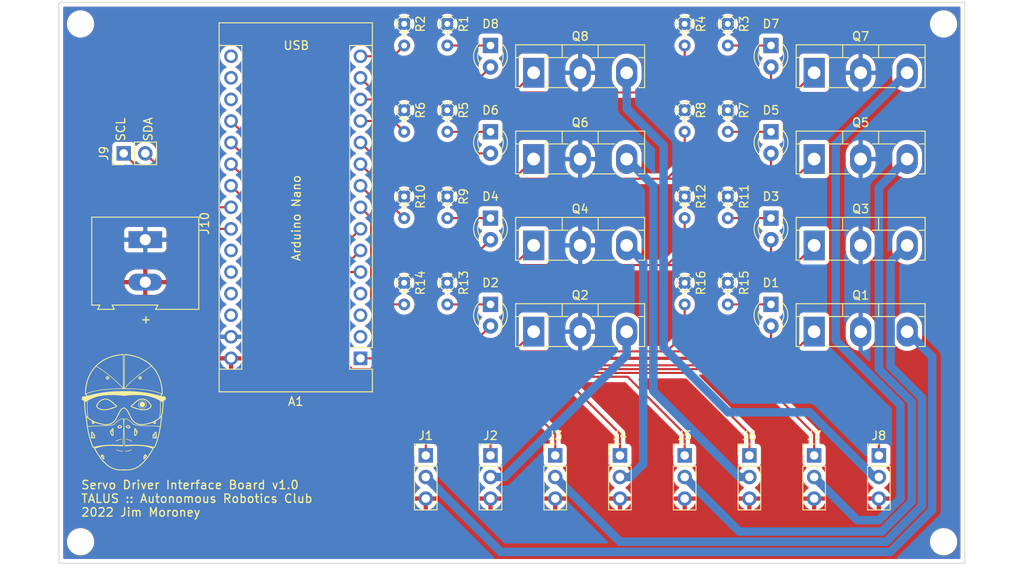
<source format=kicad_pcb>
(kicad_pcb (version 20211014) (generator pcbnew)
  (layers (0 "F.Cu" signal) (31 "B.Cu" signal) (35 "F.Paste" user) (36 "B.SilkS" user "B.Silkscreen") (37 "F.SilkS" user "F.Silkscreen") (38 "B.Mask" user) (39 "F.Mask" user) (44 "Edge.Cuts" user))
  (net 0 "")
  (net 1 "Net-(D1-Pad1)")
  (net 2 "Net-(D2-Pad1)")
  (net 3 "Net-(D3-Pad1)")
  (net 4 "Net-(D4-Pad1)")
  (net 5 "Net-(D5-Pad1)")
  (net 6 "Net-(D6-Pad1)")
  (net 7 "Net-(D7-Pad1)")
  (net 8 "Net-(D8-Pad1)")
  (net 9 "GNDREF")
  (net 10 "Net-(J1-Pad2)")
  (net 11 "+5V")
  (net 12 "Net-(J2-Pad2)")
  (net 13 "Net-(J3-Pad2)")
  (net 14 "Net-(J4-Pad2)")
  (net 15 "Net-(J5-Pad2)")
  (net 16 "Net-(J6-Pad2)")
  (net 17 "Net-(J7-Pad2)")
  (net 18 "Net-(J8-Pad2)")
  (net 19 "/ENA1")
  (net 20 "/PWM1")
  (net 21 "/ENA8")
  (net 22 "/ENA7")
  (net 23 "/ENA6")
  (net 24 "/ENA5")
  (net 25 "/ENA2")
  (net 26 "/ENA3")
  (net 27 "/ENA4")
  (net 28 "/PWM8")
  (net 29 "/PWM7")
  (net 30 "/PWM6")
  (net 31 "/PWM5")
  (net 32 "/PWM2")
  (net 33 "/PWM3")
  (net 34 "/PWM4")
  (net 39 "Net-(A1-Pad23)")
  (net 40 "Net-(A1-Pad24)")
  (footprint "LED_THT:LED_D3.0mm" (layer "F.Cu") (at 208.335 30.48 -90)
    (fp_text reference "D8" (at -2.54 0 180) (layer "F.SilkS"))
    (fp_text value "LED")
    (pad "1" thru_hole rect (at 0 0 270) (size 1.8 1.8) (drill 0.9) (layers *.Cu *.Mask) (net 8 "Net-(D8-Pad1)"))
    (pad "2" thru_hole circle (at 2.54 0 270) (size 1.8 1.8) (drill 0.9) (layers *.Cu *.Mask) (net 21 "/ENA8"))
  )
  (footprint "LED_THT:LED_D3.0mm" (layer "F.Cu") (at 241.355 30.48 -90)
    (fp_text reference "D7" (at -2.54 0) (layer "F.SilkS"))
    (fp_text value "LED")
    (pad "1" thru_hole rect (at 0 0 270) (size 1.8 1.8) (drill 0.9) (layers *.Cu *.Mask) (net 7 "Net-(D7-Pad1)"))
    (pad "2" thru_hole circle (at 2.54 0 270) (size 1.8 1.8) (drill 0.9) (layers *.Cu *.Mask) (net 22 "/ENA7"))
  )
  (footprint "LED_THT:LED_D3.0mm" (layer "F.Cu") (at 208.335 40.64 -90)
    (fp_text reference "D6" (at -2.54 0 180) (layer "F.SilkS"))
    (fp_text value "LED")
    (pad "1" thru_hole rect (at 0 0 270) (size 1.8 1.8) (drill 0.9) (layers *.Cu *.Mask) (net 6 "Net-(D6-Pad1)"))
    (pad "2" thru_hole circle (at 2.54 0 270) (size 1.8 1.8) (drill 0.9) (layers *.Cu *.Mask) (net 23 "/ENA6"))
  )
  (footprint "LED_THT:LED_D3.0mm" (layer "F.Cu") (at 241.355 40.64 -90)
    (fp_text reference "D5" (at -2.54 0 180) (layer "F.SilkS"))
    (fp_text value "LED")
    (pad "1" thru_hole rect (at 0 0 270) (size 1.8 1.8) (drill 0.9) (layers *.Cu *.Mask) (net 5 "Net-(D5-Pad1)"))
    (pad "2" thru_hole circle (at 2.54 0 270) (size 1.8 1.8) (drill 0.9) (layers *.Cu *.Mask) (net 24 "/ENA5"))
  )
  (footprint "LED_THT:LED_D3.0mm" (layer "F.Cu") (at 241.355 60.96 -90)
    (fp_text reference "D1" (at -2.54 0 180) (layer "F.SilkS"))
    (fp_text value "LED")
    (pad "1" thru_hole rect (at 0 0 270) (size 1.8 1.8) (drill 0.9) (layers *.Cu *.Mask) (net 1 "Net-(D1-Pad1)"))
    (pad "2" thru_hole circle (at 2.54 0 270) (size 1.8 1.8) (drill 0.9) (layers *.Cu *.Mask) (net 19 "/ENA1"))
  )
  (footprint "LED_THT:LED_D3.0mm" (layer "F.Cu") (at 208.335 60.96 -90)
    (fp_text reference "D2" (at -2.54 0 180) (layer "F.SilkS"))
    (fp_text value "LED")
    (pad "1" thru_hole rect (at 0 0 270) (size 1.8 1.8) (drill 0.9) (layers *.Cu *.Mask) (net 2 "Net-(D2-Pad1)"))
    (pad "2" thru_hole circle (at 2.54 0 270) (size 1.8 1.8) (drill 0.9) (layers *.Cu *.Mask) (net 25 "/ENA2"))
  )
  (footprint "LED_THT:LED_D3.0mm" (layer "F.Cu") (at 241.355 50.8 -90)
    (fp_text reference "D3" (at -2.54 0 180) (layer "F.SilkS"))
    (fp_text value "LED")
    (pad "1" thru_hole rect (at 0 0 270) (size 1.8 1.8) (drill 0.9) (layers *.Cu *.Mask) (net 3 "Net-(D3-Pad1)"))
    (pad "2" thru_hole circle (at 2.54 0 270) (size 1.8 1.8) (drill 0.9) (layers *.Cu *.Mask) (net 26 "/ENA3"))
  )
  (footprint "LED_THT:LED_D3.0mm" (layer "F.Cu") (at 208.335 50.8 -90)
    (fp_text reference "D4" (at -2.54 0 180) (layer "F.SilkS"))
    (fp_text value "LED")
    (pad "1" thru_hole rect (at 0 0 270) (size 1.8 1.8) (drill 0.9) (layers *.Cu *.Mask) (net 4 "Net-(D4-Pad1)"))
    (pad "2" thru_hole circle (at 2.54 0 270) (size 1.8 1.8) (drill 0.9) (layers *.Cu *.Mask) (net 27 "/ENA4"))
  )
  (footprint "Package_TO_SOT_THT:TO-218-3_Vertical" (layer "F.Cu") (at 213.415 33.69)
    (fp_text reference "Q8" (at 5.475 -4.29) (layer "F.SilkS"))
    (fp_text value "IRLZ44N")
    (pad "1" thru_hole rect (at 0 0) (size 2.5 3.5) (drill 1.5) (layers *.Cu *.Mask) (net 21 "/ENA8"))
    (pad "2" thru_hole oval (at 5.475 0) (size 2.5 3.5) (drill 1.5) (layers *.Cu *.Mask) (net 9 "GNDREF"))
    (pad "3" thru_hole oval (at 10.95 0) (size 2.5 3.5) (drill 1.5) (layers *.Cu *.Mask) (net 18 "Net-(J8-Pad2)"))
  )
  (footprint "Package_TO_SOT_THT:TO-218-3_Vertical" (layer "F.Cu") (at 246.435 33.69)
    (fp_text reference "Q7" (at 5.475 -4.29) (layer "F.SilkS"))
    (fp_text value "IRLZ44N")
    (pad "1" thru_hole rect (at 0 0) (size 2.5 3.5) (drill 1.5) (layers *.Cu *.Mask) (net 22 "/ENA7"))
    (pad "2" thru_hole oval (at 5.475 0) (size 2.5 3.5) (drill 1.5) (layers *.Cu *.Mask) (net 9 "GNDREF"))
    (pad "3" thru_hole oval (at 10.95 0) (size 2.5 3.5) (drill 1.5) (layers *.Cu *.Mask) (net 17 "Net-(J7-Pad2)"))
  )
  (footprint "Package_TO_SOT_THT:TO-218-3_Vertical" (layer "F.Cu") (at 213.415 43.85)
    (fp_text reference "Q6" (at 5.475 -4.29) (layer "F.SilkS"))
    (fp_text value "IRLZ44N")
    (pad "1" thru_hole rect (at 0 0) (size 2.5 3.5) (drill 1.5) (layers *.Cu *.Mask) (net 23 "/ENA6"))
    (pad "2" thru_hole oval (at 5.475 0) (size 2.5 3.5) (drill 1.5) (layers *.Cu *.Mask) (net 9 "GNDREF"))
    (pad "3" thru_hole oval (at 10.95 0) (size 2.5 3.5) (drill 1.5) (layers *.Cu *.Mask) (net 16 "Net-(J6-Pad2)"))
  )
  (footprint "Package_TO_SOT_THT:TO-218-3_Vertical" (layer "F.Cu") (at 246.435 43.85)
    (fp_text reference "Q5" (at 5.475 -4.29) (layer "F.SilkS"))
    (fp_text value "IRLZ44N")
    (pad "1" thru_hole rect (at 0 0) (size 2.5 3.5) (drill 1.5) (layers *.Cu *.Mask) (net 24 "/ENA5"))
    (pad "2" thru_hole oval (at 5.475 0) (size 2.5 3.5) (drill 1.5) (layers *.Cu *.Mask) (net 9 "GNDREF"))
    (pad "3" thru_hole oval (at 10.95 0) (size 2.5 3.5) (drill 1.5) (layers *.Cu *.Mask) (net 15 "Net-(J5-Pad2)"))
  )
  (footprint "Package_TO_SOT_THT:TO-218-3_Vertical" (layer "F.Cu") (at 246.435 64.17)
    (fp_text reference "Q1" (at 5.475 -4.29) (layer "F.SilkS"))
    (fp_text value "IRLZ44N")
    (pad "1" thru_hole rect (at 0 0) (size 2.5 3.5) (drill 1.5) (layers *.Cu *.Mask) (net 19 "/ENA1"))
    (pad "2" thru_hole oval (at 5.475 0) (size 2.5 3.5) (drill 1.5) (layers *.Cu *.Mask) (net 9 "GNDREF"))
    (pad "3" thru_hole oval (at 10.95 0) (size 2.5 3.5) (drill 1.5) (layers *.Cu *.Mask) (net 10 "Net-(J1-Pad2)"))
  )
  (footprint "Package_TO_SOT_THT:TO-218-3_Vertical" (layer "F.Cu") (at 213.415 64.17)
    (fp_text reference "Q2" (at 5.475 -4.29) (layer "F.SilkS"))
    (fp_text value "IRLZ44N")
    (pad "1" thru_hole rect (at 0 0) (size 2.5 3.5) (drill 1.5) (layers *.Cu *.Mask) (net 25 "/ENA2"))
    (pad "2" thru_hole oval (at 5.475 0) (size 2.5 3.5) (drill 1.5) (layers *.Cu *.Mask) (net 9 "GNDREF"))
    (pad "3" thru_hole oval (at 10.95 0) (size 2.5 3.5) (drill 1.5) (layers *.Cu *.Mask) (net 12 "Net-(J2-Pad2)"))
  )
  (footprint "Package_TO_SOT_THT:TO-218-3_Vertical" (layer "F.Cu") (at 246.435 54.01)
    (fp_text reference "Q3" (at 5.475 -4.29) (layer "F.SilkS"))
    (fp_text value "IRLZ44N")
    (pad "1" thru_hole rect (at 0 0) (size 2.5 3.5) (drill 1.5) (layers *.Cu *.Mask) (net 26 "/ENA3"))
    (pad "2" thru_hole oval (at 5.475 0) (size 2.5 3.5) (drill 1.5) (layers *.Cu *.Mask) (net 9 "GNDREF"))
    (pad "3" thru_hole oval (at 10.95 0) (size 2.5 3.5) (drill 1.5) (layers *.Cu *.Mask) (net 13 "Net-(J3-Pad2)"))
  )
  (footprint "Package_TO_SOT_THT:TO-218-3_Vertical" (layer "F.Cu") (at 213.415 54.01)
    (fp_text reference "Q4" (at 5.475 -4.29) (layer "F.SilkS"))
    (fp_text value "IRLZ44N")
    (pad "1" thru_hole rect (at 0 0) (size 2.5 3.5) (drill 1.5) (layers *.Cu *.Mask) (net 27 "/ENA4"))
    (pad "2" thru_hole oval (at 5.475 0) (size 2.5 3.5) (drill 1.5) (layers *.Cu *.Mask) (net 9 "GNDREF"))
    (pad "3" thru_hole oval (at 10.95 0) (size 2.5 3.5) (drill 1.5) (layers *.Cu *.Mask) (net 14 "Net-(J4-Pad2)"))
  )
  (footprint "Resistor_THT:R_Axial_DIN0204_L3.6mm_D1.6mm_P2.54mm_Vertical" (layer "F.Cu") (at 203.255 27.94 -90)
    (fp_text reference "R1" (at 0 -1.92 90) (layer "F.SilkS"))
    (fp_text value "470")
    (pad "1" thru_hole circle (at 0 0 270) (size 1.4 1.4) (drill 0.7) (layers *.Cu *.Mask) (net 9 "GNDREF"))
    (pad "2" thru_hole oval (at 2.54 0 270) (size 1.4 1.4) (drill 0.7) (layers *.Cu *.Mask) (net 8 "Net-(D8-Pad1)"))
  )
  (footprint "Resistor_THT:R_Axial_DIN0204_L3.6mm_D1.6mm_P2.54mm_Vertical" (layer "F.Cu") (at 198.175 27.94 -90)
    (fp_text reference "R2" (at 0 -1.92 90) (layer "F.SilkS"))
    (fp_text value "1K")
    (pad "1" thru_hole circle (at 0 0 270) (size 1.4 1.4) (drill 0.7) (layers *.Cu *.Mask) (net 9 "GNDREF"))
    (pad "2" thru_hole oval (at 2.54 0 270) (size 1.4 1.4) (drill 0.7) (layers *.Cu *.Mask) (net 21 "/ENA8"))
  )
  (footprint "Resistor_THT:R_Axial_DIN0204_L3.6mm_D1.6mm_P2.54mm_Vertical" (layer "F.Cu") (at 236.275 27.94 -90)
    (fp_text reference "R3" (at 0 -1.92 90) (layer "F.SilkS"))
    (fp_text value "470")
    (pad "1" thru_hole circle (at 0 0 270) (size 1.4 1.4) (drill 0.7) (layers *.Cu *.Mask) (net 9 "GNDREF"))
    (pad "2" thru_hole oval (at 2.54 0 270) (size 1.4 1.4) (drill 0.7) (layers *.Cu *.Mask) (net 7 "Net-(D7-Pad1)"))
  )
  (footprint "Resistor_THT:R_Axial_DIN0204_L3.6mm_D1.6mm_P2.54mm_Vertical" (layer "F.Cu") (at 231.195 27.94 -90)
    (fp_text reference "R4" (at 0 -1.92 90) (layer "F.SilkS"))
    (fp_text value "1K")
    (pad "1" thru_hole circle (at 0 0 270) (size 1.4 1.4) (drill 0.7) (layers *.Cu *.Mask) (net 9 "GNDREF"))
    (pad "2" thru_hole oval (at 2.54 0 270) (size 1.4 1.4) (drill 0.7) (layers *.Cu *.Mask) (net 22 "/ENA7"))
  )
  (footprint "Resistor_THT:R_Axial_DIN0204_L3.6mm_D1.6mm_P2.54mm_Vertical" (layer "F.Cu") (at 203.255 38.1 -90)
    (fp_text reference "R5" (at 0 -1.92 90) (layer "F.SilkS"))
    (fp_text value "470")
    (pad "1" thru_hole circle (at 0 0 270) (size 1.4 1.4) (drill 0.7) (layers *.Cu *.Mask) (net 9 "GNDREF"))
    (pad "2" thru_hole oval (at 2.54 0 270) (size 1.4 1.4) (drill 0.7) (layers *.Cu *.Mask) (net 6 "Net-(D6-Pad1)"))
  )
  (footprint "Resistor_THT:R_Axial_DIN0204_L3.6mm_D1.6mm_P2.54mm_Vertical" (layer "F.Cu") (at 198.175 38.1 -90)
    (fp_text reference "R6" (at 0 -1.92 90) (layer "F.SilkS"))
    (fp_text value "1K")
    (pad "1" thru_hole circle (at 0 0 270) (size 1.4 1.4) (drill 0.7) (layers *.Cu *.Mask) (net 9 "GNDREF"))
    (pad "2" thru_hole oval (at 2.54 0 270) (size 1.4 1.4) (drill 0.7) (layers *.Cu *.Mask) (net 23 "/ENA6"))
  )
  (footprint "Resistor_THT:R_Axial_DIN0204_L3.6mm_D1.6mm_P2.54mm_Vertical" (layer "F.Cu") (at 236.275 38.1 -90)
    (fp_text reference "R7" (at 0 -1.92 90) (layer "F.SilkS"))
    (fp_text value "470")
    (pad "1" thru_hole circle (at 0 0 270) (size 1.4 1.4) (drill 0.7) (layers *.Cu *.Mask) (net 9 "GNDREF"))
    (pad "2" thru_hole oval (at 2.54 0 270) (size 1.4 1.4) (drill 0.7) (layers *.Cu *.Mask) (net 5 "Net-(D5-Pad1)"))
  )
  (footprint "Resistor_THT:R_Axial_DIN0204_L3.6mm_D1.6mm_P2.54mm_Vertical" (layer "F.Cu") (at 231.195 38.1 -90)
    (fp_text reference "R8" (at 0 -1.92 90) (layer "F.SilkS"))
    (fp_text value "1K")
    (pad "1" thru_hole circle (at 0 0 270) (size 1.4 1.4) (drill 0.7) (layers *.Cu *.Mask) (net 9 "GNDREF"))
    (pad "2" thru_hole oval (at 2.54 0 270) (size 1.4 1.4) (drill 0.7) (layers *.Cu *.Mask) (net 24 "/ENA5"))
  )
  (footprint "Resistor_THT:R_Axial_DIN0204_L3.6mm_D1.6mm_P2.54mm_Vertical" (layer "F.Cu") (at 236.275 58.42 -90)
    (fp_text reference "R15" (at 0 -1.92 90) (layer "F.SilkS"))
    (fp_text value "470")
    (pad "1" thru_hole circle (at 0 0 270) (size 1.4 1.4) (drill 0.7) (layers *.Cu *.Mask) (net 9 "GNDREF"))
    (pad "2" thru_hole oval (at 2.54 0 270) (size 1.4 1.4) (drill 0.7) (layers *.Cu *.Mask) (net 1 "Net-(D1-Pad1)"))
  )
  (footprint "Resistor_THT:R_Axial_DIN0204_L3.6mm_D1.6mm_P2.54mm_Vertical" (layer "F.Cu") (at 231.195 58.42 -90)
    (fp_text reference "R16" (at 0 -1.92 90) (layer "F.SilkS"))
    (fp_text value "1K")
    (pad "1" thru_hole circle (at 0 0 270) (size 1.4 1.4) (drill 0.7) (layers *.Cu *.Mask) (net 9 "GNDREF"))
    (pad "2" thru_hole oval (at 2.54 0 270) (size 1.4 1.4) (drill 0.7) (layers *.Cu *.Mask) (net 19 "/ENA1"))
  )
  (footprint "Resistor_THT:R_Axial_DIN0204_L3.6mm_D1.6mm_P2.54mm_Vertical" (layer "F.Cu") (at 203.255 58.42 -90)
    (fp_text reference "R13" (at 0 -1.92 90) (layer "F.SilkS"))
    (fp_text value "470")
    (pad "1" thru_hole circle (at 0 0 270) (size 1.4 1.4) (drill 0.7) (layers *.Cu *.Mask) (net 9 "GNDREF"))
    (pad "2" thru_hole oval (at 2.54 0 270) (size 1.4 1.4) (drill 0.7) (layers *.Cu *.Mask) (net 2 "Net-(D2-Pad1)"))
  )
  (footprint "Resistor_THT:R_Axial_DIN0204_L3.6mm_D1.6mm_P2.54mm_Vertical" (layer "F.Cu") (at 198.175 58.42 -90)
    (fp_text reference "R14" (at 0 -1.92 90) (layer "F.SilkS"))
    (fp_text value "1K")
    (pad "1" thru_hole circle (at 0 0 270) (size 1.4 1.4) (drill 0.7) (layers *.Cu *.Mask) (net 9 "GNDREF"))
    (pad "2" thru_hole oval (at 2.54 0 270) (size 1.4 1.4) (drill 0.7) (layers *.Cu *.Mask) (net 25 "/ENA2"))
  )
  (footprint "Resistor_THT:R_Axial_DIN0204_L3.6mm_D1.6mm_P2.54mm_Vertical" (layer "F.Cu") (at 236.275 48.26 -90)
    (fp_text reference "R11" (at 0 -1.92 90) (layer "F.SilkS"))
    (fp_text value "470")
    (pad "1" thru_hole circle (at 0 0 270) (size 1.4 1.4) (drill 0.7) (layers *.Cu *.Mask) (net 9 "GNDREF"))
    (pad "2" thru_hole oval (at 2.54 0 270) (size 1.4 1.4) (drill 0.7) (layers *.Cu *.Mask) (net 3 "Net-(D3-Pad1)"))
  )
  (footprint "Resistor_THT:R_Axial_DIN0204_L3.6mm_D1.6mm_P2.54mm_Vertical" (layer "F.Cu") (at 231.195 48.26 -90)
    (fp_text reference "R12" (at 0 -1.92 90) (layer "F.SilkS"))
    (fp_text value "1K")
    (pad "1" thru_hole circle (at 0 0 270) (size 1.4 1.4) (drill 0.7) (layers *.Cu *.Mask) (net 9 "GNDREF"))
    (pad "2" thru_hole oval (at 2.54 0 270) (size 1.4 1.4) (drill 0.7) (layers *.Cu *.Mask) (net 26 "/ENA3"))
  )
  (footprint "Resistor_THT:R_Axial_DIN0204_L3.6mm_D1.6mm_P2.54mm_Vertical" (layer "F.Cu") (at 203.255 48.26 -90)
    (fp_text reference "R9" (at 0 -1.92 90) (layer "F.SilkS"))
    (fp_text value "470")
    (pad "1" thru_hole circle (at 0 0 270) (size 1.4 1.4) (drill 0.7) (layers *.Cu *.Mask) (net 9 "GNDREF"))
    (pad "2" thru_hole oval (at 2.54 0 270) (size 1.4 1.4) (drill 0.7) (layers *.Cu *.Mask) (net 4 "Net-(D4-Pad1)"))
  )
  (footprint "Resistor_THT:R_Axial_DIN0204_L3.6mm_D1.6mm_P2.54mm_Vertical" (layer "F.Cu") (at 198.175 48.26 -90)
    (fp_text reference "R10" (at 0 -1.92 90) (layer "F.SilkS"))
    (fp_text value "1K")
    (pad "1" thru_hole circle (at 0 0 270) (size 1.4 1.4) (drill 0.7) (layers *.Cu *.Mask) (net 9 "GNDREF"))
    (pad "2" thru_hole oval (at 2.54 0 270) (size 1.4 1.4) (drill 0.7) (layers *.Cu *.Mask) (net 27 "/ENA4"))
  )
  (footprint "Connector_PinHeader_2.54mm:PinHeader_1x03_P2.54mm_Vertical" (layer "F.Cu") (at 254.055 78.74)
    (fp_text reference "J8" (at 0 -2.33) (layer "F.SilkS"))
    (fp_text value "Conn_01x03_Male")
    (pad "1" thru_hole rect locked (at 0 0) (size 1.7 1.7) (drill 1) (layers *.Cu *.Mask) (net 28 "/PWM8"))
    (pad "2" thru_hole oval locked (at 0 2.54) (size 1.7 1.7) (drill 1) (layers *.Cu *.Mask) (net 18 "Net-(J8-Pad2)"))
    (pad "3" thru_hole oval locked (at 0 5.08) (size 1.7 1.7) (drill 1) (layers *.Cu *.Mask) (net 11 "+5V"))
  )
  (footprint "Connector_PinHeader_2.54mm:PinHeader_1x03_P2.54mm_Vertical" (layer "F.Cu") (at 246.435 78.74)
    (fp_text reference "J7" (at 0 -2.33) (layer "F.SilkS"))
    (fp_text value "Conn_01x03_Male")
    (pad "1" thru_hole rect locked (at 0 0) (size 1.7 1.7) (drill 1) (layers *.Cu *.Mask) (net 29 "/PWM7"))
    (pad "2" thru_hole oval locked (at 0 2.54) (size 1.7 1.7) (drill 1) (layers *.Cu *.Mask) (net 17 "Net-(J7-Pad2)"))
    (pad "3" thru_hole oval locked (at 0 5.08) (size 1.7 1.7) (drill 1) (layers *.Cu *.Mask) (net 11 "+5V"))
  )
  (footprint "Connector_PinHeader_2.54mm:PinHeader_1x03_P2.54mm_Vertical" (layer "F.Cu") (at 238.815 78.74)
    (fp_text reference "J6" (at 0 -2.33) (layer "F.SilkS"))
    (fp_text value "Conn_01x03_Male")
    (pad "1" thru_hole rect locked (at 0 0) (size 1.7 1.7) (drill 1) (layers *.Cu *.Mask) (net 30 "/PWM6"))
    (pad "2" thru_hole oval locked (at 0 2.54) (size 1.7 1.7) (drill 1) (layers *.Cu *.Mask) (net 16 "Net-(J6-Pad2)"))
    (pad "3" thru_hole oval locked (at 0 5.08) (size 1.7 1.7) (drill 1) (layers *.Cu *.Mask) (net 11 "+5V"))
  )
  (footprint "Connector_PinHeader_2.54mm:PinHeader_1x03_P2.54mm_Vertical" (layer "F.Cu") (at 231.195 78.74)
    (fp_text reference "J5" (at 0 -2.33) (layer "F.SilkS"))
    (fp_text value "Conn_01x03_Male")
    (pad "1" thru_hole rect locked (at 0 0) (size 1.7 1.7) (drill 1) (layers *.Cu *.Mask) (net 31 "/PWM5"))
    (pad "2" thru_hole oval locked (at 0 2.54) (size 1.7 1.7) (drill 1) (layers *.Cu *.Mask) (net 15 "Net-(J5-Pad2)"))
    (pad "3" thru_hole oval locked (at 0 5.08) (size 1.7 1.7) (drill 1) (layers *.Cu *.Mask) (net 11 "+5V"))
  )
  (footprint "Connector_PinHeader_2.54mm:PinHeader_1x03_P2.54mm_Vertical" (layer "F.Cu") (at 200.715 78.74)
    (fp_text reference "J1" (at 0 -2.33) (layer "F.SilkS"))
    (fp_text value "Conn_01x03_Male")
    (pad "1" thru_hole rect locked (at 0 0) (size 1.7 1.7) (drill 1) (layers *.Cu *.Mask) (net 20 "/PWM1"))
    (pad "2" thru_hole oval locked (at 0 2.54) (size 1.7 1.7) (drill 1) (layers *.Cu *.Mask) (net 10 "Net-(J1-Pad2)"))
    (pad "3" thru_hole oval locked (at 0 5.08) (size 1.7 1.7) (drill 1) (layers *.Cu *.Mask) (net 11 "+5V"))
  )
  (footprint "Connector_PinHeader_2.54mm:PinHeader_1x03_P2.54mm_Vertical" (layer "F.Cu") (at 208.335 78.74)
    (fp_text reference "J2" (at 0 -2.33) (layer "F.SilkS"))
    (fp_text value "Conn_01x03_Male")
    (pad "1" thru_hole rect locked (at 0 0) (size 1.7 1.7) (drill 1) (layers *.Cu *.Mask) (net 32 "/PWM2"))
    (pad "2" thru_hole oval locked (at 0 2.54) (size 1.7 1.7) (drill 1) (layers *.Cu *.Mask) (net 12 "Net-(J2-Pad2)"))
    (pad "3" thru_hole oval locked (at 0 5.08) (size 1.7 1.7) (drill 1) (layers *.Cu *.Mask) (net 11 "+5V"))
  )
  (footprint "Connector_PinHeader_2.54mm:PinHeader_1x03_P2.54mm_Vertical" (layer "F.Cu") (at 215.955 78.74)
    (fp_text reference "J3" (at 0 -2.33) (layer "F.SilkS"))
    (fp_text value "Conn_01x03_Male")
    (pad "1" thru_hole rect locked (at 0 0) (size 1.7 1.7) (drill 1) (layers *.Cu *.Mask) (net 33 "/PWM3"))
    (pad "2" thru_hole oval locked (at 0 2.54) (size 1.7 1.7) (drill 1) (layers *.Cu *.Mask) (net 13 "Net-(J3-Pad2)"))
    (pad "3" thru_hole oval locked (at 0 5.08) (size 1.7 1.7) (drill 1) (layers *.Cu *.Mask) (net 11 "+5V"))
  )
  (footprint "Connector_PinHeader_2.54mm:PinHeader_1x03_P2.54mm_Vertical" (layer "F.Cu") (at 223.575 78.74)
    (fp_text reference "J4" (at 0 -2.33) (layer "F.SilkS"))
    (fp_text value "Conn_01x03_Male")
    (pad "1" thru_hole rect locked (at 0 0) (size 1.7 1.7) (drill 1) (layers *.Cu *.Mask) (net 34 "/PWM4"))
    (pad "2" thru_hole oval locked (at 0 2.54) (size 1.7 1.7) (drill 1) (layers *.Cu *.Mask) (net 14 "Net-(J4-Pad2)"))
    (pad "3" thru_hole oval locked (at 0 5.08) (size 1.7 1.7) (drill 1) (layers *.Cu *.Mask) (net 11 "+5V"))
  )
  (footprint "MountingHole:MountingHole_2.2mm_M2" (layer "F.Cu") (at 160.075 88.9)
    (fp_text reference "REF**" hide)
    (fp_text value "MountingHole_2.2mm_M2")
    (pad "" np_thru_hole circle (at 0 0) (size 2.2 2.2) (drill 2.2) (layers *.Cu *.Mask))
  )
  (footprint "TerminalBlock:TerminalBlock_Altech_AK300-2_P5.00mm" (layer "F.Cu") (at 167.695 53.34 -90)
    (fp_text reference "J10" (at -1.92 -6.99 90) (layer "F.SilkS"))
    (fp_text value "Screw_Terminal_01x02")
    (pad "1" thru_hole rect (at 0 0 270) (size 1.98 3.96) (drill 1.32) (layers *.Cu *.Mask) (net 9 "GNDREF"))
    (pad "2" thru_hole oval (at 5 0 270) (size 1.98 3.96) (drill 1.32) (layers *.Cu *.Mask) (net 11 "+5V"))
  )
  (footprint "Module:Arduino_Nano" (layer "F.Cu") (at 193.03 67.31 180)
    (fp_text reference "A1" (at 7.62 -5.08) (layer "F.SilkS"))
    (fp_text value "Arduino_Nano_v3.x")
    (pad "1" thru_hole rect (at 0 0 180) (size 1.6 1.6) (drill 1) (layers *.Cu *.Mask) (net 28 "/PWM8"))
    (pad "2" thru_hole oval (at 0 2.54 180) (size 1.6 1.6) (drill 1) (layers *.Cu *.Mask))
    (pad "3" thru_hole oval (at 0 5.08 180) (size 1.6 1.6) (drill 1) (layers *.Cu *.Mask))
    (pad "4" thru_hole oval (at 0 7.62 180) (size 1.6 1.6) (drill 1) (layers *.Cu *.Mask))
    (pad "5" thru_hole oval (at 0 10.16 180) (size 1.6 1.6) (drill 1) (layers *.Cu *.Mask) (net 29 "/PWM7"))
    (pad "6" thru_hole oval (at 0 12.7 180) (size 1.6 1.6) (drill 1) (layers *.Cu *.Mask) (net 30 "/PWM6"))
    (pad "7" thru_hole oval (at 0 15.24 180) (size 1.6 1.6) (drill 1) (layers *.Cu *.Mask) (net 31 "/PWM5"))
    (pad "8" thru_hole oval (at 0 17.78 180) (size 1.6 1.6) (drill 1) (layers *.Cu *.Mask) (net 19 "/ENA1"))
    (pad "9" thru_hole oval (at 0 20.32 180) (size 1.6 1.6) (drill 1) (layers *.Cu *.Mask) (net 25 "/ENA2"))
    (pad "10" thru_hole oval (at 0 22.86 180) (size 1.6 1.6) (drill 1) (layers *.Cu *.Mask) (net 26 "/ENA3"))
    (pad "11" thru_hole oval (at 0 25.4 180) (size 1.6 1.6) (drill 1) (layers *.Cu *.Mask) (net 27 "/ENA4"))
    (pad "12" thru_hole oval (at 0 27.94 180) (size 1.6 1.6) (drill 1) (layers *.Cu *.Mask) (net 24 "/ENA5"))
    (pad "13" thru_hole oval (at 0 30.48 180) (size 1.6 1.6) (drill 1) (layers *.Cu *.Mask) (net 23 "/ENA6"))
    (pad "14" thru_hole oval (at 0 33.02 180) (size 1.6 1.6) (drill 1) (layers *.Cu *.Mask) (net 22 "/ENA7"))
    (pad "15" thru_hole oval (at 0 35.56 180) (size 1.6 1.6) (drill 1) (layers *.Cu *.Mask) (net 21 "/ENA8"))
    (pad "16" thru_hole oval (at 15.24 35.56 180) (size 1.6 1.6) (drill 1) (layers *.Cu *.Mask))
    (pad "17" thru_hole oval (at 15.24 33.02 180) (size 1.6 1.6) (drill 1) (layers *.Cu *.Mask))
    (pad "18" thru_hole oval (at 15.24 30.48 180) (size 1.6 1.6) (drill 1) (layers *.Cu *.Mask))
    (pad "19" thru_hole oval (at 15.24 27.94 180) (size 1.6 1.6) (drill 1) (layers *.Cu *.Mask) (net 34 "/PWM4"))
    (pad "20" thru_hole oval (at 15.24 25.4 180) (size 1.6 1.6) (drill 1) (layers *.Cu *.Mask) (net 33 "/PWM3"))
    (pad "21" thru_hole oval (at 15.24 22.86 180) (size 1.6 1.6) (drill 1) (layers *.Cu *.Mask) (net 32 "/PWM2"))
    (pad "22" thru_hole oval (at 15.24 20.32 180) (size 1.6 1.6) (drill 1) (layers *.Cu *.Mask) (net 20 "/PWM1"))
    (pad "23" thru_hole oval (at 15.24 17.78 180) (size 1.6 1.6) (drill 1) (layers *.Cu *.Mask) (net 39 "Net-(A1-Pad23)"))
    (pad "24" thru_hole oval (at 15.24 15.24 180) (size 1.6 1.6) (drill 1) (layers *.Cu *.Mask) (net 40 "Net-(A1-Pad24)"))
    (pad "25" thru_hole oval (at 15.24 12.7 180) (size 1.6 1.6) (drill 1) (layers *.Cu *.Mask))
    (pad "26" thru_hole oval (at 15.24 10.16 180) (size 1.6 1.6) (drill 1) (layers *.Cu *.Mask))
    (pad "27" thru_hole oval (at 15.24 7.62 180) (size 1.6 1.6) (drill 1) (layers *.Cu *.Mask))
    (pad "28" thru_hole oval (at 15.24 5.08 180) (size 1.6 1.6) (drill 1) (layers *.Cu *.Mask))
    (pad "29" thru_hole oval (at 15.24 2.54 180) (size 1.6 1.6) (drill 1) (layers *.Cu *.Mask) (net 9 "GNDREF"))
    (pad "30" thru_hole oval (at 15.24 0 180) (size 1.6 1.6) (drill 1) (layers *.Cu *.Mask) (net 11 "+5V"))
  )
  (footprint "CUSTOM:TALUS_POS_MINI" (layer "F.Cu") (at 165.155 73.66)
    (fp_text reference "G***" hide)
    (fp_text value "LOGO" hide)
  )
  (footprint "MountingHole:MountingHole_2.2mm_M2" (layer "F.Cu") (at 261.675 27.94)
    (fp_text reference "REF**" hide)
    (fp_text value "MountingHole_2.2mm_M2")
    (pad "" np_thru_hole circle (at 0 0) (size 2.2 2.2) (drill 2.2) (layers *.Cu *.Mask))
  )
  (footprint "Connector_PinHeader_2.54mm:PinHeader_1x02_P2.54mm_Vertical" (layer "F.Cu") (at 165.155 43.18 90)
    (fp_text reference "J9" (at 0 -2.33 90) (layer "F.SilkS"))
    (fp_text value "I2C Connector")
    (pad "1" thru_hole rect (at 0 0 90) (size 1.7 1.7) (drill 1) (layers *.Cu *.Mask) (net 40 "Net-(A1-Pad24)"))
    (pad "2" thru_hole oval (at 0 2.54 90) (size 1.7 1.7) (drill 1) (layers *.Cu *.Mask) (net 39 "Net-(A1-Pad23)"))
  )
  (footprint "MountingHole:MountingHole_2.2mm_M2" (layer "F.Cu") (at 160.075 27.94)
    (fp_text reference "REF**" hide)
    (fp_text value "MountingHole_2.2mm_M2")
    (pad "" np_thru_hole circle (at 0 0) (size 2.2 2.2) (drill 2.2) (layers *.Cu *.Mask))
  )
  (footprint "MountingHole:MountingHole_2.2mm_M2" (layer "F.Cu") (at 261.675 88.9)
    (fp_text reference "REF**" hide)
    (fp_text value "MountingHole_2.2mm_M2")
    (pad "" np_thru_hole circle (at 0 0) (size 2.2 2.2) (drill 2.2) (layers *.Cu *.Mask))
  )
  (gr_rect (start 264.16 25.4) (end 157.535 91.44) (layer "Edge.Cuts") (width 0.1) (fill none))
  (gr_text "Arduino Nano" (at 185.475 50.8 90) (layer "F.SilkS") (effects (font (size 1 1))))
  (gr_text "+" (at 167.695 63.5 90) (layer "F.SilkS") (effects (font (size 1 1)) (justify left)))
  (gr_text "USB" (at 185.475 30.48) (layer "F.SilkS") (effects (font (size 1 1))))
  (gr_text "SCL\n\nSDA" (at 166.425 41.85 90) (layer "F.SilkS") (effects (font (size 1 1)) (justify left)))
  (gr_text "Servo Driver Interface Board v1.0\nTALUS :: Autonomous Robotics Club\n2022 Jim Moroney\n" (at 160.075 83.82) (layer "F.SilkS") (effects (font (size 1 1)) (justify left)))
  (segment (start 241.355 60.96) (end 236.275 60.96) (width 0.25) (layer "F.Cu") (net 1))
  (segment (start 208.335 60.96) (end 203.255 60.96) (width 0.25) (layer "F.Cu") (net 2))
  (segment (start 241.355 50.8) (end 236.275 50.8) (width 0.25) (layer "F.Cu") (net 3))
  (segment (start 208.335 50.8) (end 203.255 50.8) (width 0.25) (layer "F.Cu") (net 4))
  (segment (start 241.355 40.64) (end 236.275 40.64) (width 0.25) (layer "F.Cu") (net 5))
  (segment (start 208.335 40.64) (end 203.255 40.64) (width 0.25) (layer "F.Cu") (net 6))
  (segment (start 241.355 30.48) (end 236.275 30.48) (width 0.25) (layer "F.Cu") (net 7))
  (segment (start 208.335 30.48) (end 203.255 30.48) (width 0.25) (layer "F.Cu") (net 8))
  (segment (start 257.385 64.17) (end 260.33452 67.11952) (width 1) (layer "B.Cu") (net 10))
  (segment (start 255.395479 90.09952) (end 209.53452 90.09952) (width 1) (layer "B.Cu") (net 10))
  (segment (start 209.53452 90.09952) (end 200.715 81.28) (width 1) (layer "B.Cu") (net 10))
  (segment (start 260.33452 85.16048) (end 255.395479 90.09952) (width 1) (layer "B.Cu") (net 10))
  (segment (start 260.33452 67.11952) (end 260.33452 85.16048) (width 1) (layer "B.Cu") (net 10))
  (segment (start 210.005 81.28) (end 208.335 81.28) (width 1) (layer "B.Cu") (net 12))
  (segment (start 224.365 64.17) (end 224.365 66.92) (width 1) (layer "B.Cu") (net 12))
  (segment (start 224.365 66.92) (end 210.005 81.28) (width 1) (layer "B.Cu") (net 12))
  (segment (start 223.575 88.9) (end 215.955 81.28) (width 1) (layer "B.Cu") (net 13))
  (segment (start 259.135 84.663622) (end 254.898622 88.9) (width 1) (layer "B.Cu") (net 13))
  (segment (start 255.43548 68.264102) (end 259.135 71.963622) (width 1) (layer "B.Cu") (net 13))
  (segment (start 255.43548 55.95952) (end 255.43548 68.264102) (width 1) (layer "B.Cu") (net 13))
  (segment (start 254.898622 88.9) (end 223.575 88.9) (width 1) (layer "B.Cu") (net 13))
  (segment (start 259.135 71.963622) (end 259.135 84.663622) (width 1) (layer "B.Cu") (net 13))
  (segment (start 257.385 54.01) (end 255.43548 55.95952) (width 1) (layer "B.Cu") (net 13))
  (segment (start 224.777081 81.28) (end 223.575 81.28) (width 1) (layer "B.Cu") (net 14))
  (segment (start 226.31452 55.95952) (end 226.31452 79.742561) (width 1) (layer "B.Cu") (net 14))
  (segment (start 224.365 54.01) (end 226.31452 55.95952) (width 1) (layer "B.Cu") (net 14))
  (segment (start 226.31452 79.742561) (end 224.777081 81.28) (width 1) (layer "B.Cu") (net 14))
  (segment (start 257.93548 84.166764) (end 254.401764 87.70048) (width 1) (layer "B.Cu") (net 15))
  (segment (start 254.055 68.58) (end 257.93548 72.46048) (width 1) (layer "B.Cu") (net 15))
  (segment (start 254.401764 87.70048) (end 237.61548 87.70048) (width 1) (layer "B.Cu") (net 15))
  (segment (start 237.61548 87.70048) (end 231.195 81.28) (width 1) (layer "B.Cu") (net 15))
  (segment (start 257.385 43.85) (end 254.055 47.18) (width 1) (layer "B.Cu") (net 15))
  (segment (start 254.055 47.18) (end 254.055 68.58) (width 1) (layer "B.Cu") (net 15))
  (segment (start 257.93548 72.46048) (end 257.93548 84.166764) (width 1) (layer "B.Cu") (net 15))
  (segment (start 227.51404 46.99904) (end 227.51404 71.181121) (width 1) (layer "B.Cu") (net 16))
  (segment (start 224.365 43.85) (end 227.51404 46.99904) (width 1) (layer "B.Cu") (net 16))
  (segment (start 237.612919 81.28) (end 238.815 81.28) (width 1) (layer "B.Cu") (net 16))
  (segment (start 227.51404 71.181121) (end 237.612919 81.28) (width 1) (layer "B.Cu") (net 16))
  (segment (start 248.975 42.1) (end 248.975 65.196378) (width 1) (layer "B.Cu") (net 17))
  (segment (start 248.975 65.196378) (end 256.595 72.816378) (width 1) (layer "B.Cu") (net 17))
  (segment (start 257.385 33.69) (end 248.975 42.1) (width 1) (layer "B.Cu") (net 17))
  (segment (start 251.515 86.36) (end 246.435 81.28) (width 1) (layer "B.Cu") (net 17))
  (segment (start 256.595 83.810866) (end 254.045866 86.36) (width 1) (layer "B.Cu") (net 17))
  (segment (start 256.595 72.816378) (end 256.595 83.810866) (width 1) (layer "B.Cu") (net 17))
  (segment (start 254.045866 86.36) (end 251.515 86.36) (width 1) (layer "B.Cu") (net 17))
  (segment (start 245.875978 73.66) (end 253.495978 81.28) (width 1) (layer "B.Cu") (net 18))
  (segment (start 236.33356 73.66) (end 245.875978 73.66) (width 1) (layer "B.Cu") (net 18))
  (segment (start 228.71356 66.04) (end 236.33356 73.66) (width 1) (layer "B.Cu") (net 18))
  (segment (start 224.365 33.69) (end 224.365 37.900395) (width 1) (layer "B.Cu") (net 18))
  (segment (start 253.495978 81.28) (end 254.055 81.28) (width 1) (layer "B.Cu") (net 18))
  (segment (start 228.71356 58.36144) (end 228.71356 66.04) (width 1) (layer "B.Cu") (net 18))
  (segment (start 228.71356 55.93856) (end 228.71356 58.36144) (width 1) (layer "B.Cu") (net 18))
  (segment (start 228.71356 55.82144) (end 228.71356 58.36144) (width 1) (layer "B.Cu") (net 18))
  (segment (start 228.71356 55.82144) (end 228.71356 55.93856) (width 1) (layer "B.Cu") (net 18))
  (segment (start 224.365 37.900395) (end 228.71356 42.248955) (width 1) (layer "B.Cu") (net 18))
  (segment (start 228.71356 42.248955) (end 228.71356 55.82144) (width 1) (layer "B.Cu") (net 18))
  (segment (start 240.90548 66.48952) (end 244.11548 66.48952) (width 0.25) (layer "F.Cu") (net 19))
  (segment (start 241.355 66.04) (end 241.355 63.5) (width 0.25) (layer "F.Cu") (net 19))
  (segment (start 231.195 64.39904) (end 231.195 60.96) (width 0.25) (layer "F.Cu") (net 19))
  (segment (start 200.528803 66.48952) (end 229.10452 66.48952) (width 0.25) (layer "F.Cu") (net 19))
  (segment (start 194.28644 60.247158) (end 200.528803 66.48952) (width 0.25) (layer "F.Cu") (net 19))
  (segment (start 240.90548 66.48952) (end 241.355 66.04) (width 0.25) (layer "F.Cu") (net 19))
  (segment (start 194.28644 50.78644) (end 194.28644 60.247158) (width 0.25) (layer "F.Cu") (net 19))
  (segment (start 193.03 49.53) (end 194.28644 50.78644) (width 0.25) (layer "F.Cu") (net 19))
  (segment (start 229.10452 66.48952) (end 231.195 64.39904) (width 0.25) (layer "F.Cu") (net 19))
  (segment (start 229.10452 66.48952) (end 240.90548 66.48952) (width 0.25) (layer "F.Cu") (net 19))
  (segment (start 244.11548 66.48952) (end 246.435 64.17) (width 0.25) (layer "F.Cu") (net 19))
  (segment (start 190.71212 71.27712) (end 187.85788 68.42288) (width 0.25) (layer "F.Cu") (net 20))
  (segment (start 195.635 71.27712) (end 190.71212 71.27712) (width 0.25) (layer "F.Cu") (net 20))
  (segment (start 200.715 78.74) (end 200.715 76.35712) (width 0.25) (layer "F.Cu") (net 20))
  (segment (start 187.85788 68.42288) (end 187.85788 57.05788) (width 0.25) (layer "F.Cu") (net 20))
  (segment (start 200.715 76.35712) (end 195.635 71.27712) (width 0.25) (layer "F.Cu") (net 20))
  (segment (start 187.85788 57.05788) (end 177.79 46.99) (width 0.25) (layer "F.Cu") (net 20))
  (segment (start 205.795 35.56) (end 208.335 33.02) (width 0.25) (layer "F.Cu") (net 21))
  (segment (start 196.905 31.75) (end 198.175 30.48) (width 0.25) (layer "F.Cu") (net 21))
  (segment (start 211.545 35.56) (end 205.795 35.56) (width 0.25) (layer "F.Cu") (net 21))
  (segment (start 213.415 33.69) (end 211.545 35.56) (width 0.25) (layer "F.Cu") (net 21))
  (segment (start 196.905 31.75) (end 193.03 31.75) (width 0.25) (layer "F.Cu") (net 21))
  (segment (start 205.795 35.56) (end 200.715 35.56) (width 0.25) (layer "F.Cu") (net 21))
  (segment (start 200.715 35.56) (end 196.905 31.75) (width 0.25) (layer "F.Cu") (net 21))
  (segment (start 241.355 35.56) (end 241.355 33.02) (width 0.25) (layer "F.Cu") (net 22))
  (segment (start 240.90548 36.00952) (end 241.355 35.56) (width 0.25) (layer "F.Cu") (net 22))
  (segment (start 229.10452 36.00952) (end 240.90548 36.00952) (width 0.25) (layer "F.Cu") (net 22))
  (segment (start 229.10452 36.00952) (end 231.195 33.91904) (width 0.25) (layer "F.Cu") (net 22))
  (segment (start 193.03 34.29) (end 194.74952 36.00952) (width 0.25) (layer "F.Cu") (net 22))
  (segment (start 231.195 33.91904) (end 231.195 30.48) (width 0.25) (layer "F.Cu") (net 22))
  (segment (start 194.74952 36.00952) (end 229.10452 36.00952) (width 0.25) (layer "F.Cu") (net 22))
  (segment (start 244.11548 36.00952) (end 246.435 33.69) (width 0.25) (layer "F.Cu") (net 22))
  (segment (start 240.90548 36.00952) (end 244.11548 36.00952) (width 0.25) (layer "F.Cu") (net 22))
  (segment (start 211.545 45.72) (end 213.415 43.85) (width 0.25) (layer "F.Cu") (net 23))
  (segment (start 198.175 43.18) (end 208.335 43.18) (width 0.25) (layer "F.Cu") (net 23))
  (segment (start 205.795 43.18) (end 208.335 45.72) (width 0.25) (layer "F.Cu") (net 23))
  (segment (start 198.175 43.18) (end 205.795 43.18) (width 0.25) (layer "F.Cu") (net 23))
  (segment (start 195.635 38.1) (end 195.635 40.64) (width 0.25) (layer "F.Cu") (net 23))
  (segment (start 193.03 36.83) (end 194.365 36.83) (width 0.25) (layer "F.Cu") (net 23))
  (segment (start 195.635 40.64) (end 198.175 43.18) (width 0.25) (layer "F.Cu") (net 23))
  (segment (start 208.335 45.72) (end 211.545 45.72) (width 0.25) (layer "F.Cu") (net 23))
  (segment (start 195.635 38.1) (end 198.175 40.64) (width 0.25) (layer "F.Cu") (net 23))
  (segment (start 194.365 36.83) (end 195.635 38.1) (width 0.25) (layer "F.Cu") (net 23))
  (segment (start 193.03 39.37) (end 194.9675 39.37) (width 0.25) (layer "F.Cu") (net 24))
  (segment (start 194.9675 39.37) (end 195.18548 39.58798) (width 0.25) (layer "F.Cu") (net 24))
  (segment (start 195.18548 39.58798) (end 195.18548 40.826197) (width 0.25) (layer "F.Cu") (net 24))
  (segment (start 195.18548 40.826197) (end 197.988803 43.62952) (width 0.25) (layer "F.Cu") (net 24))
  (segment (start 244.11548 46.16952) (end 246.435 43.85) (width 0.25) (layer "F.Cu") (net 24))
  (segment (start 197.988803 43.62952) (end 205.608802 43.62952) (width 0.25) (layer "F.Cu") (net 24))
  (segment (start 240.90548 46.16952) (end 241.355 45.72) (width 0.25) (layer "F.Cu") (net 24))
  (segment (start 229.10452 46.16952) (end 240.90548 46.16952) (width 0.25) (layer "F.Cu") (net 24))
  (segment (start 231.195 44.07904) (end 231.195 40.64) (width 0.25) (layer "F.Cu") (net 24))
  (segment (start 241.355 45.72) (end 241.355 43.18) (width 0.25) (layer "F.Cu") (net 24))
  (segment (start 205.608802 43.62952) (end 208.148803 46.16952) (width 0.25) (layer "F.Cu") (net 24))
  (segment (start 229.10452 46.16952) (end 231.195 44.07904) (width 0.25) (layer "F.Cu") (net 24))
  (segment (start 240.90548 46.16952) (end 244.11548 46.16952) (width 0.25) (layer "F.Cu") (net 24))
  (segment (start 208.148803 46.16952) (end 229.10452 46.16952) (width 0.25) (layer "F.Cu") (net 24))
  (segment (start 194.73596 48.69596) (end 194.73596 60.06096) (width 0.25) (layer "F.Cu") (net 25))
  (segment (start 194.73596 60.06096) (end 195.635 60.96) (width 0.25) (layer "F.Cu") (net 25))
  (segment (start 195.635 60.96) (end 198.175 60.96) (width 0.25) (layer "F.Cu") (net 25))
  (segment (start 205.795 66.04) (end 211.545 66.04) (width 0.25) (layer "F.Cu") (net 25))
  (segment (start 205.795 66.04) (end 208.335 63.5) (width 0.25) (layer "F.Cu") (net 25))
  (segment (start 193.03 46.99) (end 194.73596 48.69596) (width 0.25) (layer "F.Cu") (net 25))
  (segment (start 211.545 66.04) (end 213.415 64.17) (width 0.25) (layer "F.Cu") (net 25))
  (segment (start 195.635 60.96) (end 200.715 66.04) (width 0.25) (layer "F.Cu") (net 25))
  (segment (start 200.715 66.04) (end 205.795 66.04) (width 0.25) (layer "F.Cu") (net 25))
  (segment (start 229.10452 56.32952) (end 231.195 54.23904) (width 0.25) (layer "F.Cu") (net 26))
  (segment (start 193.03 44.45) (end 195.18548 46.60548) (width 0.25) (layer "F.Cu") (net 26))
  (segment (start 244.11548 56.32952) (end 246.435 54.01) (width 0.25) (layer "F.Cu") (net 26))
  (segment (start 229.10452 56.32952) (end 240.90548 56.32952) (width 0.25) (layer "F.Cu") (net 26))
  (segment (start 200.528803 56.32952) (end 229.10452 56.32952) (width 0.25) (layer "F.Cu") (net 26))
  (segment (start 240.90548 56.32952) (end 244.11548 56.32952) (width 0.25) (layer "F.Cu") (net 26))
  (segment (start 241.355 55.88) (end 241.355 53.34) (width 0.25) (layer "F.Cu") (net 26))
  (segment (start 240.90548 56.32952) (end 241.355 55.88) (width 0.25) (layer "F.Cu") (net 26))
  (segment (start 195.18548 50.986198) (end 200.528803 56.32952) (width 0.25) (layer "F.Cu") (net 26))
  (segment (start 195.18548 46.60548) (end 195.18548 50.986198) (width 0.25) (layer "F.Cu") (net 26))
  (segment (start 231.195 54.23904) (end 231.195 50.8) (width 0.25) (layer "F.Cu") (net 26))
  (segment (start 205.795 55.88) (end 211.545 55.88) (width 0.25) (layer "F.Cu") (net 27))
  (segment (start 195.635 48.26) (end 198.175 50.8) (width 0.25) (layer "F.Cu") (net 27))
  (segment (start 195.635 48.26) (end 195.635 50.8) (width 0.25) (layer "F.Cu") (net 27))
  (segment (start 195.635 44.515) (end 195.635 48.26) (width 0.25) (layer "F.Cu") (net 27))
  (segment (start 193.03 41.91) (end 195.635 44.515) (width 0.25) (layer "F.Cu") (net 27))
  (segment (start 200.715 55.88) (end 205.795 55.88) (width 0.25) (layer "F.Cu") (net 27))
  (segment (start 211.545 55.88) (end 213.415 54.01) (width 0.25) (layer "F.Cu") (net 27))
  (segment (start 195.635 50.8) (end 200.715 55.88) (width 0.25) (layer "F.Cu") (net 27))
  (segment (start 205.795 55.88) (end 208.335 53.34) (width 0.25) (layer "F.Cu") (net 27))
  (segment (start 254.055 78.74) (end 254.055 76.2) (width 0.25) (layer "F.Cu") (net 28))
  (segment (start 195.635 68.13048) (end 194.81452 67.31) (width 0.25) (layer "F.Cu") (net 28))
  (segment (start 245.98548 68.13048) (end 195.635 68.13048) (width 0.25) (layer "F.Cu") (net 28))
  (segment (start 254.055 76.2) (end 245.98548 68.13048) (width 0.25) (layer "F.Cu") (net 28))
  (segment (start 194.81452 67.31) (end 193.03 67.31) (width 0.25) (layer "F.Cu") (net 28))
  (segment (start 246.435 76.2) (end 246.435 78.74) (width 0.25) (layer "F.Cu") (net 29))
  (segment (start 238.815 68.58) (end 246.435 76.2) (width 0.25) (layer "F.Cu") (net 29))
  (segment (start 190.555 58.42) (end 190.555 67.084022) (width 0.25) (layer "F.Cu") (net 29))
  (segment (start 193.03 57.15) (end 191.825 57.15) (width 0.25) (layer "F.Cu") (net 29))
  (segment (start 190.555 67.084022) (end 192.050978 68.58) (width 0.25) (layer "F.Cu") (net 29))
  (segment (start 191.825 57.15) (end 190.555 58.42) (width 0.25) (layer "F.Cu") (net 29))
  (segment (start 192.050978 68.58) (end 238.815 68.58) (width 0.25) (layer "F.Cu") (net 29))
  (segment (start 195.635 69.02952) (end 231.64452 69.02952) (width 0.25) (layer "F.Cu") (net 30))
  (segment (start 238.815 78.74) (end 238.815 76.2) (width 0.25) (layer "F.Cu") (net 30))
  (segment (start 190.10548 57.53452) (end 190.10548 66.04) (width 0.25) (layer "F.Cu") (net 30))
  (segment (start 238.815 76.2) (end 231.64452 69.02952) (width 0.25) (layer "F.Cu") (net 30))
  (segment (start 190.10548 66.04) (end 190.10548 67.270219) (width 0.25) (layer "F.Cu") (net 30))
  (segment (start 191.864781 69.02952) (end 195.635 69.02952) (width 0.25) (layer "F.Cu") (net 30))
  (segment (start 190.10548 67.270219) (end 191.864781 69.02952) (width 0.25) (layer "F.Cu") (net 30))
  (segment (start 193.03 54.61) (end 190.10548 57.53452) (width 0.25) (layer "F.Cu") (net 30))
  (segment (start 224.47404 69.47904) (end 191.678584 69.47904) (width 0.25) (layer "F.Cu") (net 31))
  (segment (start 189.65596 55.44404) (end 193.03 52.07) (width 0.25) (layer "F.Cu") (net 31))
  (segment (start 191.678584 69.47904) (end 189.65596 67.456416) (width 0.25) (layer "F.Cu") (net 31))
  (segment (start 231.195 78.74) (end 231.195 76.2) (width 0.25) (layer "F.Cu") (net 31))
  (segment (start 189.65596 67.456416) (end 189.65596 55.44404) (width 0.25) (layer "F.Cu") (net 31))
  (segment (start 231.195 76.2) (end 224.47404 69.47904) (width 0.25) (layer "F.Cu") (net 31))
  (segment (start 208.335 78.74) (end 208.335 76.2) (width 0.25) (layer "F.Cu") (net 32))
  (segment (start 208.335 76.2) (end 202.9626 70.8276) (width 0.25) (layer "F.Cu") (net 32))
  (segment (start 188.3074 68.015007) (end 188.3074 54.9674) (width 0.25) (layer "F.Cu") (net 32))
  (segment (start 188.3074 54.9674) (end 177.79 44.45) (width 0.25) (layer "F.Cu") (net 32))
  (segment (start 202.9626 70.8276) (end 191.119993 70.8276) (width 0.25) (layer "F.Cu") (net 32))
  (segment (start 191.119993 70.8276) (end 188.3074 68.015007) (width 0.25) (layer "F.Cu") (net 32))
  (segment (start 210.13308 70.37808) (end 191.30619 70.37808) (width 0.25) (layer "F.Cu") (net 33))
  (segment (start 215.955 78.74) (end 215.955 76.2) (width 0.25) (layer "F.Cu") (net 33))
  (segment (start 215.955 76.2) (end 210.13308 70.37808) (width 0.25) (layer "F.Cu") (net 33))
  (segment (start 188.75692 52.87692) (end 177.79 41.91) (width 0.25) (layer "F.Cu") (net 33))
  (segment (start 191.30619 70.37808) (end 188.75692 67.82881) (width 0.25) (layer "F.Cu") (net 33))
  (segment (start 188.75692 67.82881) (end 188.75692 52.87692) (width 0.25) (layer "F.Cu") (net 33))
  (segment (start 223.575 78.74) (end 223.575 76.2) (width 0.25) (layer "F.Cu") (net 34))
  (segment (start 189.20644 50.78644) (end 177.79 39.37) (width 0.25) (layer "F.Cu") (net 34))
  (segment (start 217.30356 69.92856) (end 191.492387 69.92856) (width 0.25) (layer "F.Cu") (net 34))
  (segment (start 223.575 76.2) (end 217.30356 69.92856) (width 0.25) (layer "F.Cu") (net 34))
  (segment (start 189.20644 67.642613) (end 189.20644 50.78644) (width 0.25) (layer "F.Cu") (net 34))
  (segment (start 191.492387 69.92856) (end 189.20644 67.642613) (width 0.25) (layer "F.Cu") (net 34))
  (segment (start 167.695 43.18) (end 174.045 49.53) (width 0.25) (layer "F.Cu") (net 39))
  (segment (start 174.045 49.53) (end 177.79 49.53) (width 0.25) (layer "F.Cu") (net 39))
  (segment (start 174.045 52.07) (end 177.79 52.07) (width 0.25) (layer "F.Cu") (net 40))
  (segment (start 165.155 43.18) (end 174.045 52.07) (width 0.25) (layer "F.Cu") (net 40))
  (zone (net 11) (net_name "+5V") (layer "F.Cu") (connect_pads (clearance 0.508)) (min_thickness 0.254) (fill yes (thermal_gap 0.508) (thermal_bridge_width 0.508))
    (polygon (pts (xy 264.215 91.44) (xy 157.535 91.44) (xy 157.535 25.4) (xy 264.215 25.4)))
  )
  (zone (net 9) (net_name "GNDREF") (layer "B.Cu") (connect_pads (clearance 0.508)) (min_thickness 0.254) (fill yes (thermal_gap 0.508) (thermal_bridge_width 0.508))
    (polygon (pts (xy 264.215 91.44) (xy 157.535 91.44) (xy 157.535 25.4) (xy 264.215 25.4)))
  )
)
</source>
